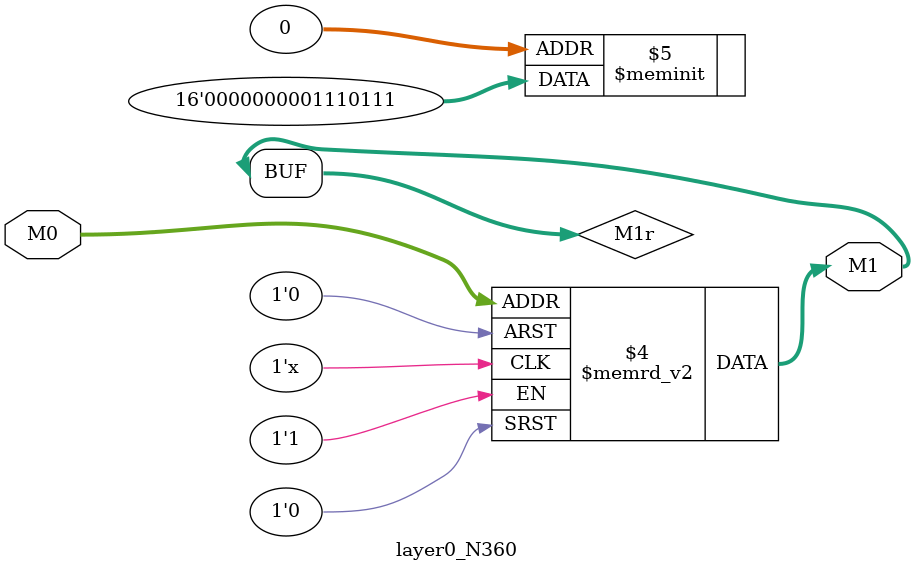
<source format=v>
module layer0_N360 ( input [2:0] M0, output [1:0] M1 );

	(*rom_style = "distributed" *) reg [1:0] M1r;
	assign M1 = M1r;
	always @ (M0) begin
		case (M0)
			3'b000: M1r = 2'b11;
			3'b100: M1r = 2'b00;
			3'b010: M1r = 2'b11;
			3'b110: M1r = 2'b00;
			3'b001: M1r = 2'b01;
			3'b101: M1r = 2'b00;
			3'b011: M1r = 2'b01;
			3'b111: M1r = 2'b00;

		endcase
	end
endmodule

</source>
